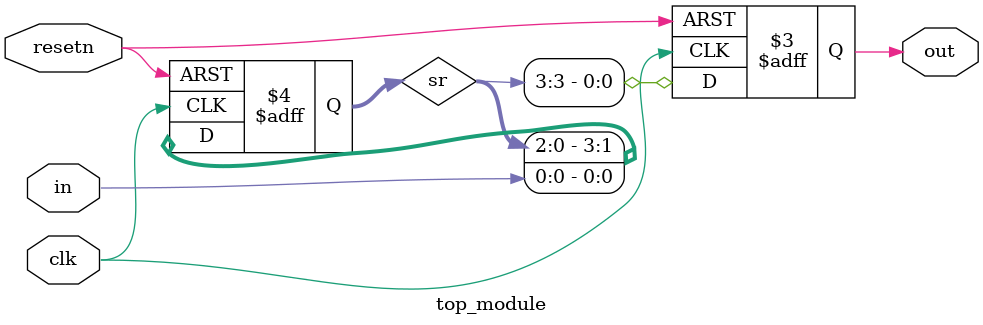
<source format=sv>
module top_module (
	input clk,
	input resetn,
	input in,
	output reg out
);
    reg [3:0] sr;

    always @(posedge clk or negedge resetn) begin
        if (!resetn) begin
            sr <= 4'b0000;
            out <= 1'b0;
        end else begin
            sr <= {sr[2:0], in};
            out <= sr[3];
        end
    end

endmodule

</source>
